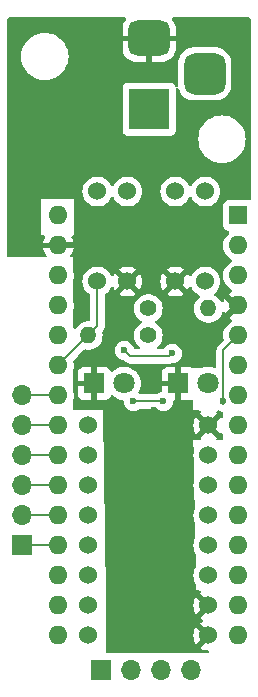
<source format=gbr>
%TF.GenerationSoftware,KiCad,Pcbnew,8.0.5*%
%TF.CreationDate,2024-10-30T18:10:09+09:00*%
%TF.ProjectId,BD,42442e6b-6963-4616-945f-706362585858,rev?*%
%TF.SameCoordinates,Original*%
%TF.FileFunction,Copper,L2,Bot*%
%TF.FilePolarity,Positive*%
%FSLAX46Y46*%
G04 Gerber Fmt 4.6, Leading zero omitted, Abs format (unit mm)*
G04 Created by KiCad (PCBNEW 8.0.5) date 2024-10-30 18:10:09*
%MOMM*%
%LPD*%
G01*
G04 APERTURE LIST*
G04 Aperture macros list*
%AMRoundRect*
0 Rectangle with rounded corners*
0 $1 Rounding radius*
0 $2 $3 $4 $5 $6 $7 $8 $9 X,Y pos of 4 corners*
0 Add a 4 corners polygon primitive as box body*
4,1,4,$2,$3,$4,$5,$6,$7,$8,$9,$2,$3,0*
0 Add four circle primitives for the rounded corners*
1,1,$1+$1,$2,$3*
1,1,$1+$1,$4,$5*
1,1,$1+$1,$6,$7*
1,1,$1+$1,$8,$9*
0 Add four rect primitives between the rounded corners*
20,1,$1+$1,$2,$3,$4,$5,0*
20,1,$1+$1,$4,$5,$6,$7,0*
20,1,$1+$1,$6,$7,$8,$9,0*
20,1,$1+$1,$8,$9,$2,$3,0*%
G04 Aperture macros list end*
%TA.AperFunction,ComponentPad*%
%ADD10C,1.400000*%
%TD*%
%TA.AperFunction,ComponentPad*%
%ADD11O,1.400000X1.400000*%
%TD*%
%TA.AperFunction,ComponentPad*%
%ADD12R,1.700000X1.700000*%
%TD*%
%TA.AperFunction,ComponentPad*%
%ADD13O,1.700000X1.700000*%
%TD*%
%TA.AperFunction,ComponentPad*%
%ADD14R,1.800000X1.800000*%
%TD*%
%TA.AperFunction,ComponentPad*%
%ADD15C,1.800000*%
%TD*%
%TA.AperFunction,ComponentPad*%
%ADD16C,1.524000*%
%TD*%
%TA.AperFunction,ComponentPad*%
%ADD17R,3.500000X3.500000*%
%TD*%
%TA.AperFunction,ComponentPad*%
%ADD18RoundRect,0.750000X-1.000000X0.750000X-1.000000X-0.750000X1.000000X-0.750000X1.000000X0.750000X0*%
%TD*%
%TA.AperFunction,ComponentPad*%
%ADD19RoundRect,0.875000X-0.875000X0.875000X-0.875000X-0.875000X0.875000X-0.875000X0.875000X0.875000X0*%
%TD*%
%TA.AperFunction,ComponentPad*%
%ADD20R,1.600000X1.600000*%
%TD*%
%TA.AperFunction,ComponentPad*%
%ADD21O,1.600000X1.600000*%
%TD*%
%TA.AperFunction,ViaPad*%
%ADD22C,0.600000*%
%TD*%
%TA.AperFunction,Conductor*%
%ADD23C,0.200000*%
%TD*%
%TA.AperFunction,Conductor*%
%ADD24C,0.500000*%
%TD*%
G04 APERTURE END LIST*
D10*
%TO.P,R2,1*%
%TO.N,+5V*%
X36771500Y-47340000D03*
D11*
%TO.P,R2,2*%
%TO.N,SW2*%
X41851500Y-47340000D03*
%TD*%
D12*
%TO.P,J2,1,Pin_1*%
%TO.N,Net-(J2-Pin_1)*%
X32717500Y-77978000D03*
D13*
%TO.P,J2,2,Pin_2*%
%TO.N,Net-(J2-Pin_2)*%
X35257500Y-77978000D03*
%TO.P,J2,3,Pin_3*%
%TO.N,Net-(J2-Pin_3)*%
X37797500Y-77978000D03*
%TO.P,J2,4,Pin_4*%
%TO.N,Net-(J2-Pin_4)*%
X40337500Y-77978000D03*
%TD*%
D14*
%TO.P,D1,1,K*%
%TO.N,GND*%
X32194500Y-53690000D03*
D15*
%TO.P,D1,2,A*%
%TO.N,Net-(A1-D2)*%
X34734500Y-53690000D03*
%TD*%
D16*
%TO.P,SW1,1,1*%
%TO.N,SW1*%
X32453500Y-45054000D03*
%TO.P,SW1,2,2*%
%TO.N,GND*%
X34993500Y-45054000D03*
%TO.P,SW1,3*%
%TO.N,N/C*%
X34993500Y-37434000D03*
%TO.P,SW1,4*%
X32453500Y-37434000D03*
%TD*%
D10*
%TO.P,R1,1*%
%TO.N,+5V*%
X36771500Y-49626000D03*
D11*
%TO.P,R1,2*%
%TO.N,SW1*%
X31691500Y-49626000D03*
%TD*%
D16*
%TO.P,U1,1,LARGE*%
%TO.N,GND*%
X41851500Y-75026000D03*
%TO.P,U1,2,MODE*%
X41851500Y-72486000D03*
%TO.P,U1,3,STBY*%
%TO.N,+5V*%
X41851500Y-69946000D03*
%TO.P,U1,4,IN4*%
%TO.N,IN4*%
X41851500Y-67406000D03*
%TO.P,U1,5,IN3*%
%TO.N,IN3*%
X41851500Y-64866000D03*
%TO.P,U1,6,IN2*%
%TO.N,IN2*%
X41851500Y-62326000D03*
%TO.P,U1,7,IN1*%
%TO.N,IN1*%
X41851500Y-59786000D03*
%TO.P,U1,8,GND*%
%TO.N,GND*%
X41851500Y-57246000D03*
%TO.P,U1,9,GND*%
%TO.N,unconnected-(U1-GND-Pad9)*%
X31691500Y-57246000D03*
%TO.P,U1,10,GND*%
%TO.N,unconnected-(U1-GND-Pad10)*%
X31691500Y-59786000D03*
%TO.P,U1,11,OUT1*%
%TO.N,Net-(J2-Pin_4)*%
X31691500Y-62326000D03*
%TO.P,U1,12,OUT2*%
%TO.N,Net-(J2-Pin_3)*%
X31691500Y-64866000D03*
%TO.P,U1,13,OUT3*%
%TO.N,Net-(J2-Pin_2)*%
X31691500Y-67406000D03*
%TO.P,U1,14,OUT4*%
%TO.N,Net-(J2-Pin_1)*%
X31691500Y-69946000D03*
%TO.P,U1,15,VM*%
%TO.N,VCC*%
X31691500Y-72486000D03*
%TO.P,U1,16,VM*%
X31691500Y-75026000D03*
%TD*%
%TO.P,SW2,1,1*%
%TO.N,SW2*%
X41597500Y-45054000D03*
%TO.P,SW2,2,2*%
%TO.N,GND*%
X39057500Y-45054000D03*
%TO.P,SW2,3*%
%TO.N,N/C*%
X41597500Y-37434000D03*
%TO.P,SW2,4*%
X39057500Y-37434000D03*
%TD*%
D14*
%TO.P,D2,1,K*%
%TO.N,GND*%
X39306500Y-53690000D03*
D15*
%TO.P,D2,2,A*%
%TO.N,Net-(A1-D4)*%
X41846500Y-53690000D03*
%TD*%
D12*
%TO.P,J1,1,Pin_1*%
%TO.N,Net-(A1-A0)*%
X26103500Y-67406000D03*
D13*
%TO.P,J1,2,Pin_2*%
%TO.N,Net-(A1-A1)*%
X26103500Y-64866000D03*
%TO.P,J1,3,Pin_3*%
%TO.N,Net-(A1-A2)*%
X26103500Y-62326000D03*
%TO.P,J1,4,Pin_4*%
%TO.N,Net-(A1-A3)*%
X26103500Y-59786000D03*
%TO.P,J1,5,Pin_5*%
%TO.N,Net-(A1-SDA{slash}A4)*%
X26103500Y-57246000D03*
%TO.P,J1,6,Pin_6*%
%TO.N,Net-(A1-SCL{slash}A5)*%
X26103500Y-54706000D03*
%TD*%
D17*
%TO.P,J4,1*%
%TO.N,VCC*%
X36830000Y-30480000D03*
D18*
%TO.P,J4,2*%
%TO.N,GND*%
X36830000Y-24480000D03*
D19*
%TO.P,J4,3*%
%TO.N,N/C*%
X41530000Y-27480000D03*
%TD*%
D20*
%TO.P,A1,1,TX1*%
%TO.N,unconnected-(A1-TX1-Pad1)*%
X44391500Y-39466000D03*
D21*
%TO.P,A1,2,RX1*%
%TO.N,unconnected-(A1-RX1-Pad2)*%
X44391500Y-42006000D03*
%TO.P,A1,3,~{RESET}*%
%TO.N,unconnected-(A1-~{RESET}-Pad3)*%
X44391500Y-44546000D03*
%TO.P,A1,4,GND*%
%TO.N,GND*%
X44391500Y-47086000D03*
%TO.P,A1,5,D2*%
%TO.N,Net-(A1-D2)*%
X44391500Y-49626000D03*
%TO.P,A1,6,D3*%
%TO.N,unconnected-(A1-D3-Pad6)*%
X44391500Y-52166000D03*
%TO.P,A1,7,D4*%
%TO.N,Net-(A1-D4)*%
X44391500Y-54706000D03*
%TO.P,A1,8,D5*%
%TO.N,IN1*%
X44391500Y-57246000D03*
%TO.P,A1,9,D6*%
%TO.N,IN2*%
X44391500Y-59786000D03*
%TO.P,A1,10,D7*%
%TO.N,unconnected-(A1-D7-Pad10)*%
X44391500Y-62326000D03*
%TO.P,A1,11,D8*%
%TO.N,unconnected-(A1-D8-Pad11)*%
X44391500Y-64866000D03*
%TO.P,A1,12,D9*%
%TO.N,IN3*%
X44391500Y-67406000D03*
%TO.P,A1,13,D10*%
%TO.N,IN4*%
X44391500Y-69946000D03*
%TO.P,A1,14,MOSI*%
%TO.N,unconnected-(A1-MOSI-Pad14)*%
X44391500Y-72486000D03*
%TO.P,A1,15,MISO*%
%TO.N,unconnected-(A1-MISO-Pad15)*%
X44391500Y-75026000D03*
%TO.P,A1,16,SCK*%
%TO.N,unconnected-(A1-SCK-Pad16)*%
X29151500Y-75026000D03*
%TO.P,A1,17,3V3*%
%TO.N,unconnected-(A1-3V3-Pad17)*%
X29151500Y-72486000D03*
%TO.P,A1,18,AREF*%
%TO.N,unconnected-(A1-AREF-Pad18)*%
X29151500Y-69946000D03*
%TO.P,A1,19,A0*%
%TO.N,Net-(A1-A0)*%
X29151500Y-67406000D03*
%TO.P,A1,20,A1*%
%TO.N,Net-(A1-A1)*%
X29151500Y-64866000D03*
%TO.P,A1,21,A2*%
%TO.N,Net-(A1-A2)*%
X29151500Y-62326000D03*
%TO.P,A1,22,A3*%
%TO.N,Net-(A1-A3)*%
X29151500Y-59786000D03*
%TO.P,A1,23,SDA/A4*%
%TO.N,Net-(A1-SDA{slash}A4)*%
X29151500Y-57246000D03*
%TO.P,A1,24,SCL/A5*%
%TO.N,Net-(A1-SCL{slash}A5)*%
X29151500Y-54706000D03*
%TO.P,A1,25,A6*%
%TO.N,SW1*%
X29151500Y-52166000D03*
%TO.P,A1,26,A7*%
%TO.N,SW2*%
X29151500Y-49626000D03*
%TO.P,A1,27,+5V*%
%TO.N,+5V*%
X29151500Y-47086000D03*
%TO.P,A1,28,~{RESET}*%
%TO.N,unconnected-(A1-~{RESET}-Pad28)*%
X29151500Y-44546000D03*
%TO.P,A1,29,GND*%
%TO.N,GND*%
X29151500Y-42006000D03*
%TO.P,A1,30,VIN*%
%TO.N,VCC*%
X29151500Y-39466000D03*
%TD*%
D22*
%TO.N,GND*%
X33723500Y-48102000D03*
X38549500Y-50134000D03*
X31183500Y-48102000D03*
X43121500Y-46070000D03*
X30734000Y-42164000D03*
X37279500Y-53690000D03*
X43121500Y-48356000D03*
X37279500Y-55976000D03*
%TO.N,Net-(A1-D2)*%
X43121500Y-55214000D03*
X38041500Y-55214000D03*
X35501500Y-55214000D03*
%TO.N,SW2*%
X38803500Y-51150000D03*
X34739500Y-50896000D03*
%TD*%
D23*
%TO.N,SW1*%
X31691500Y-49626000D02*
X32453500Y-48864000D01*
X32453500Y-48864000D02*
X32453500Y-45054000D01*
X31691500Y-49626000D02*
X29151500Y-52166000D01*
D24*
%TO.N,GND*%
X44137500Y-47086000D02*
X43121500Y-46070000D01*
X44391500Y-47086000D02*
X44137500Y-47086000D01*
X39306500Y-53690000D02*
X39819500Y-53177000D01*
D23*
X30576000Y-42006000D02*
X30734000Y-42164000D01*
D24*
X44391500Y-47086000D02*
X43121500Y-48356000D01*
X29151500Y-42006000D02*
X30576000Y-42006000D01*
X39306500Y-53690000D02*
X39306500Y-53187000D01*
D23*
%TO.N,Net-(A1-D2)*%
X43121500Y-50896000D02*
X43121500Y-55214000D01*
X43121500Y-55468000D02*
X43121500Y-55214000D01*
X44391500Y-49626000D02*
X43121500Y-50896000D01*
X38041500Y-55214000D02*
X35501500Y-55214000D01*
%TO.N,Net-(A1-A1)*%
X26103500Y-64866000D02*
X29151500Y-64866000D01*
%TO.N,Net-(A1-SCL{slash}A5)*%
X26103500Y-54706000D02*
X29151500Y-54706000D01*
%TO.N,SW2*%
X38549500Y-51404000D02*
X38803500Y-51150000D01*
X34739500Y-50896000D02*
X35247500Y-51404000D01*
X35247500Y-51404000D02*
X38549500Y-51404000D01*
X41851500Y-47086000D02*
X41597500Y-46832000D01*
%TO.N,Net-(A1-A0)*%
X29151500Y-67406000D02*
X26103500Y-67406000D01*
%TO.N,Net-(A1-A2)*%
X29151500Y-62326000D02*
X26103500Y-62326000D01*
%TO.N,Net-(A1-A3)*%
X26103500Y-59786000D02*
X29151500Y-59786000D01*
%TO.N,Net-(A1-SDA{slash}A4)*%
X29151500Y-57246000D02*
X26103500Y-57246000D01*
%TD*%
%TA.AperFunction,Conductor*%
%TO.N,GND*%
G36*
X41138777Y-55995685D02*
G01*
X41184532Y-56048489D01*
X41194476Y-56117647D01*
X41165451Y-56181203D01*
X41153511Y-56191970D01*
X41153310Y-56194257D01*
X41824053Y-56865000D01*
X41801340Y-56865000D01*
X41704439Y-56890964D01*
X41617560Y-56941124D01*
X41546624Y-57012060D01*
X41496464Y-57098939D01*
X41470500Y-57195840D01*
X41470500Y-57218553D01*
X40799758Y-56547811D01*
X40754401Y-56612590D01*
X40661079Y-56812720D01*
X40661075Y-56812729D01*
X40603926Y-57026013D01*
X40603924Y-57026023D01*
X40584679Y-57245999D01*
X40584679Y-57246000D01*
X40603924Y-57465976D01*
X40603926Y-57465986D01*
X40661075Y-57679270D01*
X40661080Y-57679284D01*
X40754398Y-57879405D01*
X40754401Y-57879411D01*
X40799758Y-57944187D01*
X40799759Y-57944188D01*
X41470500Y-57273447D01*
X41470500Y-57296160D01*
X41496464Y-57393061D01*
X41546624Y-57479940D01*
X41617560Y-57550876D01*
X41704439Y-57601036D01*
X41801340Y-57627000D01*
X41824053Y-57627000D01*
X41153310Y-58297740D01*
X41153875Y-58304202D01*
X41186488Y-58345002D01*
X41193682Y-58414500D01*
X41162159Y-58476855D01*
X41101930Y-58512269D01*
X41071740Y-58516000D01*
X40581500Y-58516000D01*
X40581500Y-55976000D01*
X41071738Y-55976000D01*
X41138777Y-55995685D01*
G37*
%TD.AperFunction*%
%TA.AperFunction,Conductor*%
G36*
X42903241Y-57944188D02*
G01*
X42909703Y-57943622D01*
X42950502Y-57911011D01*
X43020000Y-57903817D01*
X43082355Y-57935340D01*
X43117769Y-57995569D01*
X43121500Y-58025759D01*
X43121500Y-58392000D01*
X43101815Y-58459039D01*
X43049011Y-58504794D01*
X42997500Y-58516000D01*
X42631260Y-58516000D01*
X42564221Y-58496315D01*
X42518466Y-58443511D01*
X42508522Y-58374353D01*
X42537547Y-58310797D01*
X42549487Y-58300028D01*
X42549688Y-58297741D01*
X41878948Y-57627000D01*
X41901660Y-57627000D01*
X41998561Y-57601036D01*
X42085440Y-57550876D01*
X42156376Y-57479940D01*
X42206536Y-57393061D01*
X42232500Y-57296160D01*
X42232500Y-57273447D01*
X42903241Y-57944188D01*
G37*
%TD.AperFunction*%
%TA.AperFunction,Conductor*%
G36*
X42829155Y-55992612D02*
G01*
X42889716Y-56027577D01*
X43029595Y-56065057D01*
X43089254Y-56101421D01*
X43119783Y-56164268D01*
X43121500Y-56184831D01*
X43121500Y-56466239D01*
X43101815Y-56533278D01*
X43049011Y-56579033D01*
X42979853Y-56588977D01*
X42916297Y-56559952D01*
X42905528Y-56548011D01*
X42903240Y-56547810D01*
X42232500Y-57218551D01*
X42232500Y-57195840D01*
X42206536Y-57098939D01*
X42156376Y-57012060D01*
X42085440Y-56941124D01*
X41998561Y-56890964D01*
X41901660Y-56865000D01*
X41878948Y-56865000D01*
X42549688Y-56194259D01*
X42549122Y-56187793D01*
X42516513Y-56146998D01*
X42509319Y-56077500D01*
X42540842Y-56015145D01*
X42601071Y-55979731D01*
X42631261Y-55976000D01*
X42767157Y-55976000D01*
X42829155Y-55992612D01*
G37*
%TD.AperFunction*%
%TD*%
%TA.AperFunction,Conductor*%
%TO.N,GND*%
G36*
X34857411Y-22722185D02*
G01*
X34903166Y-22774989D01*
X34913110Y-22844147D01*
X34884085Y-22907703D01*
X34878053Y-22914181D01*
X34866569Y-22925664D01*
X34866559Y-22925676D01*
X34738431Y-23110619D01*
X34738428Y-23110625D01*
X34645377Y-23315480D01*
X34590400Y-23533667D01*
X34580000Y-23665803D01*
X34580000Y-24230000D01*
X35396988Y-24230000D01*
X35364075Y-24287007D01*
X35330000Y-24414174D01*
X35330000Y-24545826D01*
X35364075Y-24672993D01*
X35396988Y-24730000D01*
X34580001Y-24730000D01*
X34580001Y-25294197D01*
X34590400Y-25426332D01*
X34645377Y-25644519D01*
X34738428Y-25849374D01*
X34738431Y-25849380D01*
X34866559Y-26034323D01*
X34866569Y-26034335D01*
X35025664Y-26193430D01*
X35025676Y-26193440D01*
X35210619Y-26321568D01*
X35210625Y-26321571D01*
X35415480Y-26414622D01*
X35633667Y-26469599D01*
X35765810Y-26479999D01*
X36579999Y-26479999D01*
X36580000Y-26479998D01*
X36580000Y-24980000D01*
X37080000Y-24980000D01*
X37080000Y-26479999D01*
X37894182Y-26479999D01*
X37894197Y-26479998D01*
X38026332Y-26469599D01*
X38244519Y-26414622D01*
X38449374Y-26321571D01*
X38449380Y-26321568D01*
X38634323Y-26193440D01*
X38634335Y-26193430D01*
X38793430Y-26034335D01*
X38793440Y-26034323D01*
X38921568Y-25849380D01*
X38921571Y-25849374D01*
X39014622Y-25644519D01*
X39069599Y-25426332D01*
X39079999Y-25294196D01*
X39080000Y-25294184D01*
X39080000Y-24730000D01*
X38263012Y-24730000D01*
X38295925Y-24672993D01*
X38330000Y-24545826D01*
X38330000Y-24414174D01*
X38295925Y-24287007D01*
X38263012Y-24230000D01*
X39079999Y-24230000D01*
X39079999Y-23665817D01*
X39079998Y-23665802D01*
X39069599Y-23533667D01*
X39014622Y-23315480D01*
X38921571Y-23110625D01*
X38921568Y-23110619D01*
X38793440Y-22925676D01*
X38793430Y-22925664D01*
X38781947Y-22914181D01*
X38748462Y-22852858D01*
X38753446Y-22783166D01*
X38795318Y-22727233D01*
X38860782Y-22702816D01*
X38869628Y-22702500D01*
X45291000Y-22702500D01*
X45358039Y-22722185D01*
X45403794Y-22774989D01*
X45415000Y-22826500D01*
X45415000Y-38046336D01*
X45395315Y-38113375D01*
X45342511Y-38159130D01*
X45277747Y-38169625D01*
X45239373Y-38165500D01*
X45239365Y-38165500D01*
X43543629Y-38165500D01*
X43543623Y-38165501D01*
X43484016Y-38171908D01*
X43349171Y-38222202D01*
X43349164Y-38222206D01*
X43233955Y-38308452D01*
X43233952Y-38308455D01*
X43147706Y-38423664D01*
X43147702Y-38423671D01*
X43097408Y-38558517D01*
X43091001Y-38618116D01*
X43091000Y-38618135D01*
X43091000Y-40313870D01*
X43091001Y-40313876D01*
X43097408Y-40373483D01*
X43147702Y-40508328D01*
X43147706Y-40508335D01*
X43233952Y-40623544D01*
X43233955Y-40623547D01*
X43349164Y-40709793D01*
X43349171Y-40709797D01*
X43394118Y-40726561D01*
X43484017Y-40760091D01*
X43519096Y-40763862D01*
X43583644Y-40790599D01*
X43623493Y-40847991D01*
X43625988Y-40917816D01*
X43590336Y-40977905D01*
X43576964Y-40988725D01*
X43552358Y-41005954D01*
X43391454Y-41166858D01*
X43260932Y-41353265D01*
X43260931Y-41353267D01*
X43164761Y-41559502D01*
X43164758Y-41559511D01*
X43105866Y-41779302D01*
X43105864Y-41779313D01*
X43086032Y-42005998D01*
X43086032Y-42006001D01*
X43105864Y-42232686D01*
X43105866Y-42232697D01*
X43164758Y-42452488D01*
X43164761Y-42452497D01*
X43260931Y-42658732D01*
X43260932Y-42658734D01*
X43391454Y-42845141D01*
X43552358Y-43006045D01*
X43552361Y-43006047D01*
X43738766Y-43136568D01*
X43796775Y-43163618D01*
X43849214Y-43209791D01*
X43868366Y-43276984D01*
X43848150Y-43343865D01*
X43796775Y-43388382D01*
X43738767Y-43415431D01*
X43738765Y-43415432D01*
X43552358Y-43545954D01*
X43391454Y-43706858D01*
X43260932Y-43893265D01*
X43260931Y-43893267D01*
X43164761Y-44099502D01*
X43164758Y-44099511D01*
X43105866Y-44319302D01*
X43105864Y-44319313D01*
X43086032Y-44545998D01*
X43086032Y-44546001D01*
X43105864Y-44772686D01*
X43105866Y-44772697D01*
X43164758Y-44992488D01*
X43164761Y-44992497D01*
X43260931Y-45198732D01*
X43260932Y-45198734D01*
X43391454Y-45385141D01*
X43552358Y-45546045D01*
X43599193Y-45578839D01*
X43738766Y-45676568D01*
X43797365Y-45703893D01*
X43849805Y-45750065D01*
X43868957Y-45817258D01*
X43848742Y-45884139D01*
X43797367Y-45928657D01*
X43739015Y-45955867D01*
X43552679Y-46086342D01*
X43391842Y-46247179D01*
X43261365Y-46433517D01*
X43165234Y-46639673D01*
X43165231Y-46639680D01*
X43137580Y-46742876D01*
X43101215Y-46802536D01*
X43038368Y-46833065D01*
X42968992Y-46824770D01*
X42915114Y-46780285D01*
X42906805Y-46766054D01*
X42876561Y-46705316D01*
X42876556Y-46705308D01*
X42742479Y-46527761D01*
X42578062Y-46377876D01*
X42578060Y-46377874D01*
X42384027Y-46257735D01*
X42385180Y-46255872D01*
X42341001Y-46214906D01*
X42323585Y-46147241D01*
X42345516Y-46080903D01*
X42376388Y-46049845D01*
X42412120Y-46024826D01*
X42568326Y-45868620D01*
X42695034Y-45687662D01*
X42788394Y-45487450D01*
X42845570Y-45274068D01*
X42864823Y-45054000D01*
X42845570Y-44833932D01*
X42788394Y-44620550D01*
X42695034Y-44420339D01*
X42594475Y-44276725D01*
X42568327Y-44239381D01*
X42568323Y-44239377D01*
X42412120Y-44083174D01*
X42412116Y-44083171D01*
X42412115Y-44083170D01*
X42231166Y-43956468D01*
X42231162Y-43956466D01*
X42231160Y-43956465D01*
X42030950Y-43863106D01*
X42030947Y-43863105D01*
X42030945Y-43863104D01*
X41817570Y-43805930D01*
X41817562Y-43805929D01*
X41597502Y-43786677D01*
X41597498Y-43786677D01*
X41377437Y-43805929D01*
X41377429Y-43805930D01*
X41164054Y-43863104D01*
X41164048Y-43863107D01*
X40963840Y-43956465D01*
X40963838Y-43956466D01*
X40782877Y-44083175D01*
X40626675Y-44239377D01*
X40499967Y-44420337D01*
X40439605Y-44549782D01*
X40393432Y-44602221D01*
X40326238Y-44621372D01*
X40259357Y-44601156D01*
X40214841Y-44549780D01*
X40154598Y-44420589D01*
X40154597Y-44420587D01*
X40109241Y-44355811D01*
X40109240Y-44355810D01*
X39438500Y-45026551D01*
X39438500Y-45003840D01*
X39412536Y-44906939D01*
X39362376Y-44820060D01*
X39291440Y-44749124D01*
X39204561Y-44698964D01*
X39107660Y-44673000D01*
X39084948Y-44673000D01*
X39755688Y-44002259D01*
X39755687Y-44002258D01*
X39690911Y-43956901D01*
X39690905Y-43956898D01*
X39490784Y-43863580D01*
X39490770Y-43863575D01*
X39277486Y-43806426D01*
X39277476Y-43806424D01*
X39057501Y-43787179D01*
X39057499Y-43787179D01*
X38837523Y-43806424D01*
X38837513Y-43806426D01*
X38624229Y-43863575D01*
X38624220Y-43863579D01*
X38424090Y-43956901D01*
X38359311Y-44002258D01*
X39030053Y-44673000D01*
X39007340Y-44673000D01*
X38910439Y-44698964D01*
X38823560Y-44749124D01*
X38752624Y-44820060D01*
X38702464Y-44906939D01*
X38676500Y-45003840D01*
X38676500Y-45026553D01*
X38005758Y-44355811D01*
X37960401Y-44420590D01*
X37867079Y-44620720D01*
X37867075Y-44620729D01*
X37809926Y-44834013D01*
X37809924Y-44834023D01*
X37790679Y-45053999D01*
X37790679Y-45054000D01*
X37809924Y-45273976D01*
X37809926Y-45273986D01*
X37867075Y-45487270D01*
X37867080Y-45487284D01*
X37960398Y-45687405D01*
X37960401Y-45687411D01*
X38005758Y-45752187D01*
X38005759Y-45752188D01*
X38676500Y-45081447D01*
X38676500Y-45104160D01*
X38702464Y-45201061D01*
X38752624Y-45287940D01*
X38823560Y-45358876D01*
X38910439Y-45409036D01*
X39007340Y-45435000D01*
X39030053Y-45435000D01*
X38359310Y-46105740D01*
X38424090Y-46151099D01*
X38424092Y-46151100D01*
X38624215Y-46244419D01*
X38624229Y-46244424D01*
X38837513Y-46301573D01*
X38837523Y-46301575D01*
X39057499Y-46320821D01*
X39057501Y-46320821D01*
X39277476Y-46301575D01*
X39277486Y-46301573D01*
X39490770Y-46244424D01*
X39490784Y-46244419D01*
X39690907Y-46151100D01*
X39690917Y-46151094D01*
X39755688Y-46105741D01*
X39084948Y-45435000D01*
X39107660Y-45435000D01*
X39204561Y-45409036D01*
X39291440Y-45358876D01*
X39362376Y-45287940D01*
X39412536Y-45201061D01*
X39438500Y-45104160D01*
X39438500Y-45081447D01*
X40109241Y-45752188D01*
X40154594Y-45687417D01*
X40154595Y-45687416D01*
X40214840Y-45558219D01*
X40261012Y-45505780D01*
X40328206Y-45486627D01*
X40395087Y-45506842D01*
X40439605Y-45558218D01*
X40499966Y-45687662D01*
X40499968Y-45687666D01*
X40626670Y-45868615D01*
X40626675Y-45868621D01*
X40782878Y-46024824D01*
X40782884Y-46024829D01*
X40963833Y-46151531D01*
X40963835Y-46151532D01*
X40963838Y-46151534D01*
X40996999Y-46166997D01*
X41066022Y-46199183D01*
X41118462Y-46245355D01*
X41137614Y-46312548D01*
X41117398Y-46379430D01*
X41097156Y-46403202D01*
X40960520Y-46527761D01*
X40826443Y-46705308D01*
X40826438Y-46705316D01*
X40727275Y-46904461D01*
X40727269Y-46904476D01*
X40666385Y-47118462D01*
X40666384Y-47118464D01*
X40645857Y-47339999D01*
X40645857Y-47340000D01*
X40666384Y-47561535D01*
X40666385Y-47561537D01*
X40727269Y-47775523D01*
X40727275Y-47775538D01*
X40826438Y-47974683D01*
X40826443Y-47974691D01*
X40960520Y-48152238D01*
X41124937Y-48302123D01*
X41124939Y-48302125D01*
X41314095Y-48419245D01*
X41314096Y-48419245D01*
X41314099Y-48419247D01*
X41521560Y-48499618D01*
X41740257Y-48540500D01*
X41740259Y-48540500D01*
X41962741Y-48540500D01*
X41962743Y-48540500D01*
X42181440Y-48499618D01*
X42388901Y-48419247D01*
X42578062Y-48302124D01*
X42742481Y-48152236D01*
X42876558Y-47974689D01*
X42975729Y-47775528D01*
X42999470Y-47692085D01*
X43036749Y-47632993D01*
X43100058Y-47603435D01*
X43169298Y-47612797D01*
X43222485Y-47658106D01*
X43231118Y-47673616D01*
X43261364Y-47738479D01*
X43261365Y-47738481D01*
X43391842Y-47924820D01*
X43552679Y-48085657D01*
X43739018Y-48216134D01*
X43739020Y-48216135D01*
X43797365Y-48243342D01*
X43849805Y-48289514D01*
X43868957Y-48356707D01*
X43848742Y-48423589D01*
X43797367Y-48468105D01*
X43738768Y-48495431D01*
X43738764Y-48495433D01*
X43552358Y-48625954D01*
X43391454Y-48786858D01*
X43260932Y-48973265D01*
X43260931Y-48973267D01*
X43164761Y-49179502D01*
X43164758Y-49179511D01*
X43105866Y-49399302D01*
X43105864Y-49399313D01*
X43086032Y-49625998D01*
X43086032Y-49626001D01*
X43105864Y-49852686D01*
X43105866Y-49852697D01*
X43131652Y-49948931D01*
X43129989Y-50018781D01*
X43099558Y-50068705D01*
X42752786Y-50415478D01*
X42640981Y-50527282D01*
X42592810Y-50610717D01*
X42561924Y-50664212D01*
X42561923Y-50664213D01*
X42544025Y-50731011D01*
X42520999Y-50816943D01*
X42520999Y-50816945D01*
X42520999Y-50985046D01*
X42521000Y-50985059D01*
X42521000Y-52267153D01*
X42501315Y-52334192D01*
X42448511Y-52379947D01*
X42379353Y-52389891D01*
X42356737Y-52384434D01*
X42191484Y-52327702D01*
X42003904Y-52296401D01*
X41962549Y-52289500D01*
X41730451Y-52289500D01*
X41689096Y-52296401D01*
X41501515Y-52327702D01*
X41282004Y-52403061D01*
X41281994Y-52403065D01*
X41278322Y-52405053D01*
X41219301Y-52420000D01*
X40587847Y-52420000D01*
X40520808Y-52400315D01*
X40513535Y-52395266D01*
X40448589Y-52346647D01*
X40448586Y-52346645D01*
X40313879Y-52296403D01*
X40313872Y-52296401D01*
X40254344Y-52290000D01*
X39556500Y-52290000D01*
X39556500Y-53314722D01*
X39480194Y-53270667D01*
X39365744Y-53240000D01*
X39247256Y-53240000D01*
X39132806Y-53270667D01*
X39056500Y-53314722D01*
X39056500Y-52290000D01*
X38358655Y-52290000D01*
X38299127Y-52296401D01*
X38299120Y-52296403D01*
X38164413Y-52346645D01*
X38164406Y-52346649D01*
X38049312Y-52432809D01*
X38049309Y-52432812D01*
X37963149Y-52547906D01*
X37963145Y-52547913D01*
X37912903Y-52682620D01*
X37912901Y-52682627D01*
X37906500Y-52742155D01*
X37906500Y-53440000D01*
X38931222Y-53440000D01*
X38887167Y-53516306D01*
X38856500Y-53630756D01*
X38856500Y-53749244D01*
X38887167Y-53863694D01*
X38931222Y-53940000D01*
X37906500Y-53940000D01*
X37906500Y-54325163D01*
X37886815Y-54392202D01*
X37834011Y-54437957D01*
X37823455Y-54442204D01*
X37691980Y-54488209D01*
X37539236Y-54584185D01*
X37536403Y-54586445D01*
X37534224Y-54587334D01*
X37533342Y-54587889D01*
X37533244Y-54587734D01*
X37471717Y-54612855D01*
X37459088Y-54613500D01*
X36083912Y-54613500D01*
X36016873Y-54593815D01*
X36006597Y-54586445D01*
X36003763Y-54584185D01*
X36003762Y-54584184D01*
X35996037Y-54579330D01*
X35982623Y-54570901D01*
X35936332Y-54518566D01*
X35925685Y-54449512D01*
X35944786Y-54398089D01*
X35970424Y-54358849D01*
X36063657Y-54146300D01*
X36120634Y-53921305D01*
X36122370Y-53900355D01*
X36139800Y-53690006D01*
X36139800Y-53689993D01*
X36120635Y-53458702D01*
X36120633Y-53458691D01*
X36063657Y-53233699D01*
X35970424Y-53021151D01*
X35843483Y-52826852D01*
X35843480Y-52826849D01*
X35843479Y-52826847D01*
X35686284Y-52656087D01*
X35686279Y-52656083D01*
X35686277Y-52656081D01*
X35503134Y-52513535D01*
X35503128Y-52513531D01*
X35299004Y-52403064D01*
X35298995Y-52403061D01*
X35079484Y-52327702D01*
X34891904Y-52296401D01*
X34850549Y-52289500D01*
X34618451Y-52289500D01*
X34577096Y-52296401D01*
X34389515Y-52327702D01*
X34170004Y-52403061D01*
X34169995Y-52403064D01*
X33965871Y-52513531D01*
X33965865Y-52513535D01*
X33782722Y-52656081D01*
X33782715Y-52656087D01*
X33773984Y-52665572D01*
X33714095Y-52701561D01*
X33644257Y-52699458D01*
X33586643Y-52659932D01*
X33566575Y-52624918D01*
X33537855Y-52547915D01*
X33537850Y-52547906D01*
X33451690Y-52432812D01*
X33451687Y-52432809D01*
X33336593Y-52346649D01*
X33336586Y-52346645D01*
X33201879Y-52296403D01*
X33201872Y-52296401D01*
X33142344Y-52290000D01*
X32444500Y-52290000D01*
X32444500Y-53314722D01*
X32368194Y-53270667D01*
X32253744Y-53240000D01*
X32135256Y-53240000D01*
X32020806Y-53270667D01*
X31944500Y-53314722D01*
X31944500Y-52290000D01*
X31246655Y-52290000D01*
X31187127Y-52296401D01*
X31187120Y-52296403D01*
X31052413Y-52346645D01*
X31052406Y-52346649D01*
X30937312Y-52432809D01*
X30937309Y-52432812D01*
X30851149Y-52547906D01*
X30851145Y-52547913D01*
X30800903Y-52682620D01*
X30800901Y-52682627D01*
X30794500Y-52742155D01*
X30794500Y-53440000D01*
X31819222Y-53440000D01*
X31775167Y-53516306D01*
X31744500Y-53630756D01*
X31744500Y-53749244D01*
X31775167Y-53863694D01*
X31819222Y-53940000D01*
X30794500Y-53940000D01*
X30794500Y-54637844D01*
X30800901Y-54697372D01*
X30800903Y-54697379D01*
X30851145Y-54832086D01*
X30851149Y-54832093D01*
X30937309Y-54947187D01*
X30937312Y-54947190D01*
X31052406Y-55033350D01*
X31052413Y-55033354D01*
X31187120Y-55083596D01*
X31187127Y-55083598D01*
X31246655Y-55089999D01*
X31246672Y-55090000D01*
X31944500Y-55090000D01*
X31944500Y-54065277D01*
X32020806Y-54109333D01*
X32135256Y-54140000D01*
X32253744Y-54140000D01*
X32368194Y-54109333D01*
X32444500Y-54065277D01*
X32444500Y-55090000D01*
X33142328Y-55090000D01*
X33142344Y-55089999D01*
X33201872Y-55083598D01*
X33201879Y-55083596D01*
X33336586Y-55033354D01*
X33336593Y-55033350D01*
X33451687Y-54947190D01*
X33451690Y-54947187D01*
X33537850Y-54832093D01*
X33537855Y-54832084D01*
X33566575Y-54755081D01*
X33608445Y-54699147D01*
X33673909Y-54674729D01*
X33742182Y-54689580D01*
X33773984Y-54714428D01*
X33782716Y-54723913D01*
X33782719Y-54723915D01*
X33782722Y-54723918D01*
X33965865Y-54866464D01*
X33965871Y-54866468D01*
X33965874Y-54866470D01*
X34169997Y-54976936D01*
X34389519Y-55052298D01*
X34592345Y-55086143D01*
X34655230Y-55116593D01*
X34691669Y-55176208D01*
X34695935Y-55208452D01*
X34695935Y-55214000D01*
X34716130Y-55393249D01*
X34716131Y-55393254D01*
X34775711Y-55563523D01*
X34865265Y-55706047D01*
X34871684Y-55716262D01*
X34999238Y-55843816D01*
X35151978Y-55939789D01*
X35176930Y-55948520D01*
X35322245Y-55999368D01*
X35322250Y-55999369D01*
X35501496Y-56019565D01*
X35501500Y-56019565D01*
X35501504Y-56019565D01*
X35680749Y-55999369D01*
X35680752Y-55999368D01*
X35680755Y-55999368D01*
X35851022Y-55939789D01*
X36003762Y-55843816D01*
X36003767Y-55843810D01*
X36006597Y-55841555D01*
X36008775Y-55840665D01*
X36009658Y-55840111D01*
X36009755Y-55840265D01*
X36071283Y-55815145D01*
X36083912Y-55814500D01*
X37459088Y-55814500D01*
X37526127Y-55834185D01*
X37536403Y-55841555D01*
X37539236Y-55843814D01*
X37539238Y-55843816D01*
X37691978Y-55939789D01*
X37716930Y-55948520D01*
X37862245Y-55999368D01*
X37862250Y-55999369D01*
X38041496Y-56019565D01*
X38041500Y-56019565D01*
X38041504Y-56019565D01*
X38220749Y-55999369D01*
X38220752Y-55999368D01*
X38220755Y-55999368D01*
X38391022Y-55939789D01*
X38543762Y-55843816D01*
X38671316Y-55716262D01*
X38767289Y-55563522D01*
X38826868Y-55393255D01*
X38847065Y-55214000D01*
X38847845Y-55207081D01*
X38849056Y-55207217D01*
X38866750Y-55146961D01*
X38919554Y-55101206D01*
X38971065Y-55090000D01*
X39056500Y-55090000D01*
X39056500Y-54065277D01*
X39132806Y-54109333D01*
X39247256Y-54140000D01*
X39365744Y-54140000D01*
X39480194Y-54109333D01*
X39556500Y-54065277D01*
X39556500Y-55090000D01*
X40254328Y-55090000D01*
X40254344Y-55089999D01*
X40313872Y-55083598D01*
X40313879Y-55083596D01*
X40414167Y-55046192D01*
X40483859Y-55041208D01*
X40545182Y-55074693D01*
X40578666Y-55136016D01*
X40581500Y-55162374D01*
X40581500Y-58516000D01*
X40602537Y-59567941D01*
X40602090Y-59581226D01*
X40584177Y-59785997D01*
X40584177Y-59786002D01*
X40603430Y-60006066D01*
X40603431Y-60006073D01*
X40608037Y-60023263D01*
X40612237Y-60052876D01*
X40649482Y-61915162D01*
X40645282Y-61949734D01*
X40603430Y-62105929D01*
X40603430Y-62105932D01*
X40584177Y-62326000D01*
X40603430Y-62546068D01*
X40660606Y-62759450D01*
X40660608Y-62759454D01*
X40662008Y-62764679D01*
X40661166Y-62764904D01*
X40667115Y-62796787D01*
X40697641Y-64323103D01*
X40686049Y-64377984D01*
X40660605Y-64432550D01*
X40603430Y-64645929D01*
X40603429Y-64645937D01*
X40584177Y-64865997D01*
X40584177Y-64866002D01*
X40603429Y-65086062D01*
X40603430Y-65086070D01*
X40660604Y-65299445D01*
X40660608Y-65299456D01*
X40708633Y-65402446D01*
X40720226Y-65452370D01*
X40746352Y-66758642D01*
X40734759Y-66813526D01*
X40660608Y-66972543D01*
X40660604Y-66972554D01*
X40603430Y-67185929D01*
X40603429Y-67185937D01*
X40584177Y-67405997D01*
X40584177Y-67406002D01*
X40603429Y-67626062D01*
X40603430Y-67626070D01*
X40660604Y-67839445D01*
X40660605Y-67839447D01*
X40660606Y-67839450D01*
X40753966Y-68039662D01*
X40753968Y-68039666D01*
X40756672Y-68044350D01*
X40773256Y-68103864D01*
X40795409Y-69211538D01*
X40777069Y-69278957D01*
X40773012Y-69285136D01*
X40753966Y-69312337D01*
X40660607Y-69512548D01*
X40660604Y-69512554D01*
X40603430Y-69725929D01*
X40603429Y-69725937D01*
X40584177Y-69945997D01*
X40584177Y-69946002D01*
X40603429Y-70166062D01*
X40603430Y-70166070D01*
X40660604Y-70379445D01*
X40660605Y-70379447D01*
X40660606Y-70379450D01*
X40743498Y-70557214D01*
X40753965Y-70579660D01*
X40753966Y-70579662D01*
X40803150Y-70649904D01*
X40825477Y-70716110D01*
X40825550Y-70718547D01*
X40835499Y-71215999D01*
X40835500Y-71216000D01*
X41071738Y-71216000D01*
X41138777Y-71235685D01*
X41184532Y-71288489D01*
X41194476Y-71357647D01*
X41165451Y-71421203D01*
X41153511Y-71431970D01*
X41153310Y-71434257D01*
X41824053Y-72105000D01*
X41801340Y-72105000D01*
X41704439Y-72130964D01*
X41617560Y-72181124D01*
X41546624Y-72252060D01*
X41496464Y-72338939D01*
X41470500Y-72435840D01*
X41470500Y-72458553D01*
X40799758Y-71787811D01*
X40754401Y-71852590D01*
X40661079Y-72052720D01*
X40661075Y-72052729D01*
X40603926Y-72266013D01*
X40603924Y-72266023D01*
X40584679Y-72485999D01*
X40584679Y-72486000D01*
X40603924Y-72705976D01*
X40603926Y-72705986D01*
X40661075Y-72919270D01*
X40661080Y-72919284D01*
X40754398Y-73119405D01*
X40754401Y-73119411D01*
X40799758Y-73184187D01*
X40799759Y-73184188D01*
X41470500Y-72513447D01*
X41470500Y-72536160D01*
X41496464Y-72633061D01*
X41546624Y-72719940D01*
X41617560Y-72790876D01*
X41704439Y-72841036D01*
X41801340Y-72867000D01*
X41824051Y-72867000D01*
X41153310Y-73537740D01*
X41218089Y-73583098D01*
X41347873Y-73643618D01*
X41400312Y-73689790D01*
X41419464Y-73756984D01*
X41399248Y-73823865D01*
X41347873Y-73868382D01*
X41218090Y-73928901D01*
X41153311Y-73974258D01*
X41824053Y-74645000D01*
X41801340Y-74645000D01*
X41704439Y-74670964D01*
X41617560Y-74721124D01*
X41546624Y-74792060D01*
X41496464Y-74878939D01*
X41470500Y-74975840D01*
X41470500Y-74998553D01*
X40799758Y-74327811D01*
X40754401Y-74392590D01*
X40661079Y-74592720D01*
X40661075Y-74592729D01*
X40603926Y-74806013D01*
X40603924Y-74806023D01*
X40584679Y-75025999D01*
X40584679Y-75026000D01*
X40603924Y-75245976D01*
X40603926Y-75245986D01*
X40661075Y-75459270D01*
X40661080Y-75459284D01*
X40754398Y-75659405D01*
X40754401Y-75659411D01*
X40799758Y-75724187D01*
X40799759Y-75724188D01*
X41470500Y-75053447D01*
X41470500Y-75076160D01*
X41496464Y-75173061D01*
X41546624Y-75259940D01*
X41617560Y-75330876D01*
X41704439Y-75381036D01*
X41801340Y-75407000D01*
X41824051Y-75407000D01*
X41153310Y-76077740D01*
X41218090Y-76123099D01*
X41218092Y-76123100D01*
X41418215Y-76216419D01*
X41418229Y-76216424D01*
X41631513Y-76273573D01*
X41631524Y-76273575D01*
X41778284Y-76286415D01*
X41843353Y-76311867D01*
X41884332Y-76368458D01*
X41888210Y-76438220D01*
X41885114Y-76449153D01*
X41879762Y-76465210D01*
X41839889Y-76522585D01*
X41775327Y-76549295D01*
X41762125Y-76550000D01*
X40327500Y-76550000D01*
X34231500Y-76550000D01*
X33339500Y-76550000D01*
X33272461Y-76530315D01*
X33226706Y-76477511D01*
X33215500Y-76426000D01*
X33215500Y-73502001D01*
X33191595Y-71852590D01*
X32961500Y-55976000D01*
X30545500Y-55976000D01*
X30478461Y-55956315D01*
X30432706Y-55903511D01*
X30421500Y-55852000D01*
X30421500Y-55007367D01*
X30425724Y-54975276D01*
X30437135Y-54932692D01*
X30455401Y-54723913D01*
X30456968Y-54706001D01*
X30456968Y-54705998D01*
X30447153Y-54593815D01*
X30437135Y-54479308D01*
X30425725Y-54436725D01*
X30421500Y-54404632D01*
X30421500Y-52467367D01*
X30425724Y-52435276D01*
X30437135Y-52392692D01*
X30456968Y-52166000D01*
X30437135Y-51939308D01*
X30425725Y-51896725D01*
X30421500Y-51864632D01*
X30421500Y-51796596D01*
X30441185Y-51729557D01*
X30457819Y-51708915D01*
X30839873Y-51326861D01*
X31270737Y-50895996D01*
X33933935Y-50895996D01*
X33933935Y-50896003D01*
X33954130Y-51075249D01*
X33954131Y-51075254D01*
X34013711Y-51245523D01*
X34066320Y-51329249D01*
X34109684Y-51398262D01*
X34237238Y-51525816D01*
X34389978Y-51621789D01*
X34560245Y-51681368D01*
X34647169Y-51691161D01*
X34711580Y-51718226D01*
X34720965Y-51726700D01*
X34762639Y-51768374D01*
X34762649Y-51768385D01*
X34766979Y-51772715D01*
X34766980Y-51772716D01*
X34878784Y-51884520D01*
X34878786Y-51884521D01*
X34878790Y-51884524D01*
X35001839Y-51955565D01*
X35015716Y-51963577D01*
X35127519Y-51993534D01*
X35168442Y-52004500D01*
X35168443Y-52004500D01*
X38462831Y-52004500D01*
X38462847Y-52004501D01*
X38470443Y-52004501D01*
X38628554Y-52004501D01*
X38628557Y-52004501D01*
X38781285Y-51963577D01*
X38781294Y-51963571D01*
X38783368Y-51962713D01*
X38816947Y-51954049D01*
X38901134Y-51944564D01*
X38982750Y-51935369D01*
X38982753Y-51935368D01*
X38982755Y-51935368D01*
X39153022Y-51875789D01*
X39305762Y-51779816D01*
X39433316Y-51652262D01*
X39529289Y-51499522D01*
X39588868Y-51329255D01*
X39589138Y-51326861D01*
X39609065Y-51150003D01*
X39609065Y-51149996D01*
X39588869Y-50970750D01*
X39588868Y-50970745D01*
X39577851Y-50939261D01*
X39529289Y-50800478D01*
X39501698Y-50756568D01*
X39485640Y-50731011D01*
X39433316Y-50647738D01*
X39305762Y-50520184D01*
X39153023Y-50424211D01*
X38982754Y-50364631D01*
X38982749Y-50364630D01*
X38803504Y-50344435D01*
X38803496Y-50344435D01*
X38624250Y-50364630D01*
X38624245Y-50364631D01*
X38453976Y-50424211D01*
X38301237Y-50520184D01*
X38173684Y-50647737D01*
X38137550Y-50705245D01*
X38127994Y-50720454D01*
X38112274Y-50745472D01*
X38059939Y-50791763D01*
X38007280Y-50803500D01*
X37581887Y-50803500D01*
X37514848Y-50783815D01*
X37469093Y-50731011D01*
X37459149Y-50661853D01*
X37488174Y-50598297D01*
X37498349Y-50587863D01*
X37662479Y-50438238D01*
X37718065Y-50364631D01*
X37796558Y-50260689D01*
X37895729Y-50061528D01*
X37956615Y-49847536D01*
X37977143Y-49626000D01*
X37956615Y-49404464D01*
X37895729Y-49190472D01*
X37895724Y-49190461D01*
X37796561Y-48991316D01*
X37796556Y-48991308D01*
X37662479Y-48813761D01*
X37498062Y-48663876D01*
X37498060Y-48663874D01*
X37376207Y-48588427D01*
X37329571Y-48536400D01*
X37318467Y-48467418D01*
X37346420Y-48403384D01*
X37376207Y-48377573D01*
X37498062Y-48302124D01*
X37662481Y-48152236D01*
X37796558Y-47974689D01*
X37895729Y-47775528D01*
X37956615Y-47561536D01*
X37977143Y-47340000D01*
X37956615Y-47118464D01*
X37895729Y-46904472D01*
X37895724Y-46904461D01*
X37796561Y-46705316D01*
X37796556Y-46705308D01*
X37662479Y-46527761D01*
X37498062Y-46377876D01*
X37498060Y-46377874D01*
X37308904Y-46260754D01*
X37308898Y-46260752D01*
X37101440Y-46180382D01*
X36882743Y-46139500D01*
X36660257Y-46139500D01*
X36441560Y-46180382D01*
X36310364Y-46231207D01*
X36234101Y-46260752D01*
X36234095Y-46260754D01*
X36044939Y-46377874D01*
X36044937Y-46377876D01*
X35880520Y-46527761D01*
X35746443Y-46705308D01*
X35746438Y-46705316D01*
X35647275Y-46904461D01*
X35647269Y-46904476D01*
X35586385Y-47118462D01*
X35586384Y-47118464D01*
X35565857Y-47339999D01*
X35565857Y-47340000D01*
X35586384Y-47561535D01*
X35586385Y-47561537D01*
X35647269Y-47775523D01*
X35647275Y-47775538D01*
X35746438Y-47974683D01*
X35746443Y-47974691D01*
X35880520Y-48152238D01*
X36044937Y-48302123D01*
X36044939Y-48302125D01*
X36166792Y-48377573D01*
X36213428Y-48429601D01*
X36224532Y-48498582D01*
X36196579Y-48562617D01*
X36166792Y-48588427D01*
X36044939Y-48663874D01*
X36044937Y-48663876D01*
X35880520Y-48813761D01*
X35746443Y-48991308D01*
X35746438Y-48991316D01*
X35647275Y-49190461D01*
X35647269Y-49190476D01*
X35586385Y-49404462D01*
X35586384Y-49404464D01*
X35565857Y-49625999D01*
X35565857Y-49626000D01*
X35586384Y-49847535D01*
X35586385Y-49847537D01*
X35647269Y-50061523D01*
X35647275Y-50061538D01*
X35746438Y-50260683D01*
X35746443Y-50260691D01*
X35880520Y-50438238D01*
X36044651Y-50587863D01*
X36080933Y-50647574D01*
X36079172Y-50717422D01*
X36039929Y-50775229D01*
X35975662Y-50802644D01*
X35961113Y-50803500D01*
X35643207Y-50803500D01*
X35576168Y-50783815D01*
X35530413Y-50731011D01*
X35526165Y-50720454D01*
X35524868Y-50716748D01*
X35524868Y-50716745D01*
X35465289Y-50546478D01*
X35369316Y-50393738D01*
X35241762Y-50266184D01*
X35233007Y-50260683D01*
X35089023Y-50170211D01*
X34918754Y-50110631D01*
X34918749Y-50110630D01*
X34739504Y-50090435D01*
X34739496Y-50090435D01*
X34560250Y-50110630D01*
X34560245Y-50110631D01*
X34389976Y-50170211D01*
X34237237Y-50266184D01*
X34109684Y-50393737D01*
X34013711Y-50546476D01*
X33954131Y-50716745D01*
X33954130Y-50716750D01*
X33933935Y-50895996D01*
X31270737Y-50895996D01*
X31331819Y-50834914D01*
X31393140Y-50801431D01*
X31442283Y-50800708D01*
X31580257Y-50826500D01*
X31580259Y-50826500D01*
X31802741Y-50826500D01*
X31802743Y-50826500D01*
X32021440Y-50785618D01*
X32228901Y-50705247D01*
X32418062Y-50588124D01*
X32582481Y-50438236D01*
X32716558Y-50260689D01*
X32815729Y-50061528D01*
X32876615Y-49847536D01*
X32897143Y-49626000D01*
X32876615Y-49404464D01*
X32871230Y-49385538D01*
X32871814Y-49315673D01*
X32902813Y-49263922D01*
X32934020Y-49232716D01*
X33013077Y-49095784D01*
X33054001Y-48943057D01*
X33054001Y-48784942D01*
X33054001Y-48777347D01*
X33054000Y-48777329D01*
X33054000Y-46239304D01*
X33073685Y-46172265D01*
X33106875Y-46137730D01*
X33268120Y-46024826D01*
X33424326Y-45868620D01*
X33551034Y-45687662D01*
X33611394Y-45558218D01*
X33657566Y-45505779D01*
X33724759Y-45486627D01*
X33791641Y-45506843D01*
X33836158Y-45558219D01*
X33896398Y-45687405D01*
X33896401Y-45687411D01*
X33941758Y-45752187D01*
X33941759Y-45752188D01*
X34612500Y-45081447D01*
X34612500Y-45104160D01*
X34638464Y-45201061D01*
X34688624Y-45287940D01*
X34759560Y-45358876D01*
X34846439Y-45409036D01*
X34943340Y-45435000D01*
X34966053Y-45435000D01*
X34295310Y-46105740D01*
X34360090Y-46151099D01*
X34360092Y-46151100D01*
X34560215Y-46244419D01*
X34560229Y-46244424D01*
X34773513Y-46301573D01*
X34773523Y-46301575D01*
X34993499Y-46320821D01*
X34993501Y-46320821D01*
X35213476Y-46301575D01*
X35213486Y-46301573D01*
X35426770Y-46244424D01*
X35426784Y-46244419D01*
X35626907Y-46151100D01*
X35626917Y-46151094D01*
X35691688Y-46105741D01*
X35020948Y-45435000D01*
X35043660Y-45435000D01*
X35140561Y-45409036D01*
X35227440Y-45358876D01*
X35298376Y-45287940D01*
X35348536Y-45201061D01*
X35374500Y-45104160D01*
X35374500Y-45081447D01*
X36045241Y-45752188D01*
X36090594Y-45687417D01*
X36090600Y-45687407D01*
X36183919Y-45487284D01*
X36183924Y-45487270D01*
X36241073Y-45273986D01*
X36241075Y-45273976D01*
X36260321Y-45054000D01*
X36260321Y-45053999D01*
X36241075Y-44834023D01*
X36241073Y-44834013D01*
X36183924Y-44620729D01*
X36183920Y-44620720D01*
X36090596Y-44420586D01*
X36045241Y-44355811D01*
X36045240Y-44355810D01*
X35374500Y-45026551D01*
X35374500Y-45003840D01*
X35348536Y-44906939D01*
X35298376Y-44820060D01*
X35227440Y-44749124D01*
X35140561Y-44698964D01*
X35043660Y-44673000D01*
X35020948Y-44673000D01*
X35691688Y-44002259D01*
X35691687Y-44002258D01*
X35626911Y-43956901D01*
X35626905Y-43956898D01*
X35426784Y-43863580D01*
X35426770Y-43863575D01*
X35213486Y-43806426D01*
X35213476Y-43806424D01*
X34993501Y-43787179D01*
X34993499Y-43787179D01*
X34773523Y-43806424D01*
X34773513Y-43806426D01*
X34560229Y-43863575D01*
X34560220Y-43863579D01*
X34360090Y-43956901D01*
X34295311Y-44002258D01*
X34966053Y-44673000D01*
X34943340Y-44673000D01*
X34846439Y-44698964D01*
X34759560Y-44749124D01*
X34688624Y-44820060D01*
X34638464Y-44906939D01*
X34612500Y-45003840D01*
X34612500Y-45026553D01*
X33941758Y-44355811D01*
X33896401Y-44420590D01*
X33836158Y-44549781D01*
X33789985Y-44602220D01*
X33722792Y-44621372D01*
X33655911Y-44601156D01*
X33611394Y-44549781D01*
X33551151Y-44420590D01*
X33551034Y-44420339D01*
X33450475Y-44276725D01*
X33424327Y-44239381D01*
X33424323Y-44239377D01*
X33268120Y-44083174D01*
X33268116Y-44083171D01*
X33268115Y-44083170D01*
X33087166Y-43956468D01*
X33087162Y-43956466D01*
X33087160Y-43956465D01*
X32886950Y-43863106D01*
X32886947Y-43863105D01*
X32886945Y-43863104D01*
X32673570Y-43805930D01*
X32673562Y-43805929D01*
X32453502Y-43786677D01*
X32453498Y-43786677D01*
X32233437Y-43805929D01*
X32233429Y-43805930D01*
X32020054Y-43863104D01*
X32020048Y-43863107D01*
X31819840Y-43956465D01*
X31819838Y-43956466D01*
X31638877Y-44083175D01*
X31482675Y-44239377D01*
X31355966Y-44420338D01*
X31355965Y-44420340D01*
X31262607Y-44620548D01*
X31262604Y-44620554D01*
X31205430Y-44833929D01*
X31205429Y-44833937D01*
X31186177Y-45053997D01*
X31186177Y-45054002D01*
X31205429Y-45274062D01*
X31205430Y-45274070D01*
X31262604Y-45487445D01*
X31262605Y-45487447D01*
X31262606Y-45487450D01*
X31293444Y-45553582D01*
X31355966Y-45687662D01*
X31355968Y-45687666D01*
X31482670Y-45868615D01*
X31482674Y-45868620D01*
X31638880Y-46024826D01*
X31800123Y-46137729D01*
X31843748Y-46192306D01*
X31853000Y-46239304D01*
X31853000Y-48301500D01*
X31833315Y-48368539D01*
X31780511Y-48414294D01*
X31729000Y-48425500D01*
X31580257Y-48425500D01*
X31361560Y-48466382D01*
X31231308Y-48516842D01*
X31154101Y-48546752D01*
X31154095Y-48546754D01*
X30964939Y-48663874D01*
X30964937Y-48663876D01*
X30800520Y-48813761D01*
X30666443Y-48991308D01*
X30666438Y-48991316D01*
X30656500Y-49011276D01*
X30608997Y-49062513D01*
X30541334Y-49079934D01*
X30474993Y-49058008D01*
X30431039Y-49003697D01*
X30421500Y-48956004D01*
X30421500Y-47387367D01*
X30425724Y-47355276D01*
X30437135Y-47312692D01*
X30456968Y-47086000D01*
X30437135Y-46859308D01*
X30425725Y-46816725D01*
X30421500Y-46784632D01*
X30421500Y-44847367D01*
X30425724Y-44815276D01*
X30437135Y-44772692D01*
X30456968Y-44546000D01*
X30437135Y-44319308D01*
X30425725Y-44276725D01*
X30421500Y-44244632D01*
X30421500Y-43022000D01*
X30265298Y-43022000D01*
X30198259Y-43002315D01*
X30152504Y-42949511D01*
X30142560Y-42880353D01*
X30163723Y-42826876D01*
X30281633Y-42658482D01*
X30377765Y-42452326D01*
X30377769Y-42452317D01*
X30430372Y-42256000D01*
X29584512Y-42256000D01*
X29617425Y-42198993D01*
X29651500Y-42071826D01*
X29651500Y-41940174D01*
X29617425Y-41813007D01*
X29584512Y-41756000D01*
X30430372Y-41756000D01*
X30430372Y-41755999D01*
X30377769Y-41559682D01*
X30377765Y-41559673D01*
X30281633Y-41353516D01*
X30274357Y-41343125D01*
X30252029Y-41276919D01*
X30269038Y-41209152D01*
X30319985Y-41161338D01*
X30375931Y-41148000D01*
X30480000Y-41148000D01*
X30480000Y-38100000D01*
X27686000Y-38100000D01*
X27686000Y-41148000D01*
X27927069Y-41148000D01*
X27994108Y-41167685D01*
X28039863Y-41220489D01*
X28049807Y-41289647D01*
X28028643Y-41343125D01*
X28021366Y-41353516D01*
X27925234Y-41559673D01*
X27925230Y-41559682D01*
X27872627Y-41755999D01*
X27872628Y-41756000D01*
X28718488Y-41756000D01*
X28685575Y-41813007D01*
X28651500Y-41940174D01*
X28651500Y-42071826D01*
X28685575Y-42198993D01*
X28718488Y-42256000D01*
X27872628Y-42256000D01*
X27925230Y-42452317D01*
X27925234Y-42452326D01*
X28021366Y-42658482D01*
X28139277Y-42826876D01*
X28161604Y-42893082D01*
X28144594Y-42960850D01*
X28093646Y-43008663D01*
X28037702Y-43022000D01*
X24950000Y-43022000D01*
X24882961Y-43002315D01*
X24837206Y-42949511D01*
X24826000Y-42898000D01*
X24826000Y-37433997D01*
X31186177Y-37433997D01*
X31186177Y-37434002D01*
X31205429Y-37654062D01*
X31205430Y-37654070D01*
X31262604Y-37867445D01*
X31262605Y-37867447D01*
X31262606Y-37867450D01*
X31295882Y-37938811D01*
X31355966Y-38067662D01*
X31355968Y-38067666D01*
X31482670Y-38248615D01*
X31482675Y-38248621D01*
X31638878Y-38404824D01*
X31638884Y-38404829D01*
X31819833Y-38531531D01*
X31819835Y-38531532D01*
X31819838Y-38531534D01*
X32020050Y-38624894D01*
X32233432Y-38682070D01*
X32390623Y-38695822D01*
X32453498Y-38701323D01*
X32453500Y-38701323D01*
X32453502Y-38701323D01*
X32508517Y-38696509D01*
X32673568Y-38682070D01*
X32886950Y-38624894D01*
X33087162Y-38531534D01*
X33268120Y-38404826D01*
X33424326Y-38248620D01*
X33551034Y-38067662D01*
X33611118Y-37938811D01*
X33657290Y-37886371D01*
X33724483Y-37867219D01*
X33791365Y-37887435D01*
X33835882Y-37938811D01*
X33895964Y-38067658D01*
X33895968Y-38067666D01*
X34022670Y-38248615D01*
X34022675Y-38248621D01*
X34178878Y-38404824D01*
X34178884Y-38404829D01*
X34359833Y-38531531D01*
X34359835Y-38531532D01*
X34359838Y-38531534D01*
X34560050Y-38624894D01*
X34773432Y-38682070D01*
X34930623Y-38695822D01*
X34993498Y-38701323D01*
X34993500Y-38701323D01*
X34993502Y-38701323D01*
X35048517Y-38696509D01*
X35213568Y-38682070D01*
X35426950Y-38624894D01*
X35627162Y-38531534D01*
X35808120Y-38404826D01*
X35964326Y-38248620D01*
X36091034Y-38067662D01*
X36184394Y-37867450D01*
X36241570Y-37654068D01*
X36260823Y-37434000D01*
X36260823Y-37433997D01*
X37790177Y-37433997D01*
X37790177Y-37434002D01*
X37809429Y-37654062D01*
X37809430Y-37654070D01*
X37866604Y-37867445D01*
X37866605Y-37867447D01*
X37866606Y-37867450D01*
X37899882Y-37938811D01*
X37959966Y-38067662D01*
X37959968Y-38067666D01*
X38086670Y-38248615D01*
X38086675Y-38248621D01*
X38242878Y-38404824D01*
X38242884Y-38404829D01*
X38423833Y-38531531D01*
X38423835Y-38531532D01*
X38423838Y-38531534D01*
X38624050Y-38624894D01*
X38837432Y-38682070D01*
X38994623Y-38695822D01*
X39057498Y-38701323D01*
X39057500Y-38701323D01*
X39057502Y-38701323D01*
X39112517Y-38696509D01*
X39277568Y-38682070D01*
X39490950Y-38624894D01*
X39691162Y-38531534D01*
X39872120Y-38404826D01*
X40028326Y-38248620D01*
X40155034Y-38067662D01*
X40215118Y-37938811D01*
X40261290Y-37886371D01*
X40328483Y-37867219D01*
X40395365Y-37887435D01*
X40439882Y-37938811D01*
X40499964Y-38067658D01*
X40499968Y-38067666D01*
X40626670Y-38248615D01*
X40626675Y-38248621D01*
X40782878Y-38404824D01*
X40782884Y-38404829D01*
X40963833Y-38531531D01*
X40963835Y-38531532D01*
X40963838Y-38531534D01*
X41164050Y-38624894D01*
X41377432Y-38682070D01*
X41534623Y-38695822D01*
X41597498Y-38701323D01*
X41597500Y-38701323D01*
X41597502Y-38701323D01*
X41652517Y-38696509D01*
X41817568Y-38682070D01*
X42030950Y-38624894D01*
X42231162Y-38531534D01*
X42412120Y-38404826D01*
X42568326Y-38248620D01*
X42695034Y-38067662D01*
X42788394Y-37867450D01*
X42845570Y-37654068D01*
X42864823Y-37434000D01*
X42845570Y-37213932D01*
X42788394Y-37000550D01*
X42695034Y-36800339D01*
X42568326Y-36619380D01*
X42412120Y-36463174D01*
X42412116Y-36463171D01*
X42412115Y-36463170D01*
X42231166Y-36336468D01*
X42231162Y-36336466D01*
X42231160Y-36336465D01*
X42030950Y-36243106D01*
X42030947Y-36243105D01*
X42030945Y-36243104D01*
X41817570Y-36185930D01*
X41817562Y-36185929D01*
X41597502Y-36166677D01*
X41597498Y-36166677D01*
X41377437Y-36185929D01*
X41377429Y-36185930D01*
X41164054Y-36243104D01*
X41164048Y-36243107D01*
X40963840Y-36336465D01*
X40963838Y-36336466D01*
X40782877Y-36463175D01*
X40626675Y-36619377D01*
X40499966Y-36800338D01*
X40499965Y-36800340D01*
X40439882Y-36929189D01*
X40393709Y-36981628D01*
X40326516Y-37000780D01*
X40259635Y-36980564D01*
X40215118Y-36929189D01*
X40155034Y-36800340D01*
X40155033Y-36800338D01*
X40028327Y-36619381D01*
X40028323Y-36619377D01*
X39872120Y-36463174D01*
X39872116Y-36463171D01*
X39872115Y-36463170D01*
X39691166Y-36336468D01*
X39691162Y-36336466D01*
X39691160Y-36336465D01*
X39490950Y-36243106D01*
X39490947Y-36243105D01*
X39490945Y-36243104D01*
X39277570Y-36185930D01*
X39277562Y-36185929D01*
X39057502Y-36166677D01*
X39057498Y-36166677D01*
X38837437Y-36185929D01*
X38837429Y-36185930D01*
X38624054Y-36243104D01*
X38624048Y-36243107D01*
X38423840Y-36336465D01*
X38423838Y-36336466D01*
X38242877Y-36463175D01*
X38086675Y-36619377D01*
X37959966Y-36800338D01*
X37959965Y-36800340D01*
X37866607Y-37000548D01*
X37866604Y-37000554D01*
X37809430Y-37213929D01*
X37809429Y-37213937D01*
X37790177Y-37433997D01*
X36260823Y-37433997D01*
X36241570Y-37213932D01*
X36184394Y-37000550D01*
X36091034Y-36800339D01*
X35964326Y-36619380D01*
X35808120Y-36463174D01*
X35808116Y-36463171D01*
X35808115Y-36463170D01*
X35627166Y-36336468D01*
X35627162Y-36336466D01*
X35627160Y-36336465D01*
X35426950Y-36243106D01*
X35426947Y-36243105D01*
X35426945Y-36243104D01*
X35213570Y-36185930D01*
X35213562Y-36185929D01*
X34993502Y-36166677D01*
X34993498Y-36166677D01*
X34773437Y-36185929D01*
X34773429Y-36185930D01*
X34560054Y-36243104D01*
X34560048Y-36243107D01*
X34359840Y-36336465D01*
X34359838Y-36336466D01*
X34178877Y-36463175D01*
X34022675Y-36619377D01*
X33895966Y-36800338D01*
X33895965Y-36800340D01*
X33835882Y-36929189D01*
X33789709Y-36981628D01*
X33722516Y-37000780D01*
X33655635Y-36980564D01*
X33611118Y-36929189D01*
X33551034Y-36800340D01*
X33551033Y-36800338D01*
X33424327Y-36619381D01*
X33424323Y-36619377D01*
X33268120Y-36463174D01*
X33268116Y-36463171D01*
X33268115Y-36463170D01*
X33087166Y-36336468D01*
X33087162Y-36336466D01*
X33087160Y-36336465D01*
X32886950Y-36243106D01*
X32886947Y-36243105D01*
X32886945Y-36243104D01*
X32673570Y-36185930D01*
X32673562Y-36185929D01*
X32453502Y-36166677D01*
X32453498Y-36166677D01*
X32233437Y-36185929D01*
X32233429Y-36185930D01*
X32020054Y-36243104D01*
X32020048Y-36243107D01*
X31819840Y-36336465D01*
X31819838Y-36336466D01*
X31638877Y-36463175D01*
X31482675Y-36619377D01*
X31355966Y-36800338D01*
X31355965Y-36800340D01*
X31262607Y-37000548D01*
X31262604Y-37000554D01*
X31205430Y-37213929D01*
X31205429Y-37213937D01*
X31186177Y-37433997D01*
X24826000Y-37433997D01*
X24826000Y-32999998D01*
X40994390Y-32999998D01*
X40994390Y-33000001D01*
X41014804Y-33285433D01*
X41075628Y-33565037D01*
X41175635Y-33833166D01*
X41312770Y-34084309D01*
X41312775Y-34084317D01*
X41484254Y-34313387D01*
X41484270Y-34313405D01*
X41686594Y-34515729D01*
X41686612Y-34515745D01*
X41915682Y-34687224D01*
X41915690Y-34687229D01*
X42166833Y-34824364D01*
X42166832Y-34824364D01*
X42166836Y-34824365D01*
X42166839Y-34824367D01*
X42434954Y-34924369D01*
X42434960Y-34924370D01*
X42434962Y-34924371D01*
X42714566Y-34985195D01*
X42714568Y-34985195D01*
X42714572Y-34985196D01*
X42968220Y-35003337D01*
X42999999Y-35005610D01*
X43000000Y-35005610D01*
X43000001Y-35005610D01*
X43028595Y-35003564D01*
X43285428Y-34985196D01*
X43565046Y-34924369D01*
X43833161Y-34824367D01*
X44084315Y-34687226D01*
X44313395Y-34515739D01*
X44515739Y-34313395D01*
X44687226Y-34084315D01*
X44824367Y-33833161D01*
X44924369Y-33565046D01*
X44985196Y-33285428D01*
X45005610Y-33000000D01*
X44985196Y-32714572D01*
X44957563Y-32587547D01*
X44924371Y-32434962D01*
X44924370Y-32434960D01*
X44924369Y-32434954D01*
X44824367Y-32166839D01*
X44744025Y-32019705D01*
X44687229Y-31915690D01*
X44687224Y-31915682D01*
X44515745Y-31686612D01*
X44515729Y-31686594D01*
X44313405Y-31484270D01*
X44313387Y-31484254D01*
X44084317Y-31312775D01*
X44084309Y-31312770D01*
X43833166Y-31175635D01*
X43833167Y-31175635D01*
X43725915Y-31135632D01*
X43565046Y-31075631D01*
X43565043Y-31075630D01*
X43565037Y-31075628D01*
X43285433Y-31014804D01*
X43000001Y-30994390D01*
X42999999Y-30994390D01*
X42714566Y-31014804D01*
X42434962Y-31075628D01*
X42166833Y-31175635D01*
X41915690Y-31312770D01*
X41915682Y-31312775D01*
X41686612Y-31484254D01*
X41686594Y-31484270D01*
X41484270Y-31686594D01*
X41484254Y-31686612D01*
X41312775Y-31915682D01*
X41312770Y-31915690D01*
X41175635Y-32166833D01*
X41075628Y-32434962D01*
X41014804Y-32714566D01*
X40994390Y-32999998D01*
X24826000Y-32999998D01*
X24826000Y-28682135D01*
X34579500Y-28682135D01*
X34579500Y-32277870D01*
X34579501Y-32277876D01*
X34585908Y-32337483D01*
X34636202Y-32472328D01*
X34636206Y-32472335D01*
X34722452Y-32587544D01*
X34722455Y-32587547D01*
X34837664Y-32673793D01*
X34837671Y-32673797D01*
X34972517Y-32724091D01*
X34972516Y-32724091D01*
X34979444Y-32724835D01*
X35032127Y-32730500D01*
X38627872Y-32730499D01*
X38687483Y-32724091D01*
X38822331Y-32673796D01*
X38937546Y-32587546D01*
X39023796Y-32472331D01*
X39074091Y-32337483D01*
X39080500Y-32277873D01*
X39080499Y-28752024D01*
X39100184Y-28684986D01*
X39152988Y-28639231D01*
X39222146Y-28629287D01*
X39285702Y-28658312D01*
X39323476Y-28717090D01*
X39326243Y-28728480D01*
X39326753Y-28731120D01*
X39409425Y-28950189D01*
X39527929Y-29152131D01*
X39527934Y-29152138D01*
X39678856Y-29331141D01*
X39678858Y-29331143D01*
X39857861Y-29482065D01*
X39857868Y-29482070D01*
X40059810Y-29600574D01*
X40278874Y-29683245D01*
X40508759Y-29727705D01*
X40561378Y-29730500D01*
X40561386Y-29730500D01*
X42498614Y-29730500D01*
X42498622Y-29730500D01*
X42551241Y-29727705D01*
X42781126Y-29683245D01*
X43000190Y-29600574D01*
X43202132Y-29482070D01*
X43381142Y-29331142D01*
X43532070Y-29152132D01*
X43650574Y-28950190D01*
X43733245Y-28731126D01*
X43777705Y-28501241D01*
X43780500Y-28448622D01*
X43780500Y-26511378D01*
X43777705Y-26458759D01*
X43733245Y-26228874D01*
X43650574Y-26009810D01*
X43532070Y-25807868D01*
X43532065Y-25807861D01*
X43381143Y-25628858D01*
X43381141Y-25628856D01*
X43202138Y-25477934D01*
X43202131Y-25477929D01*
X43000189Y-25359425D01*
X42909832Y-25325326D01*
X42781126Y-25276755D01*
X42781121Y-25276754D01*
X42551243Y-25232295D01*
X42498652Y-25229501D01*
X42498629Y-25229500D01*
X42498622Y-25229500D01*
X40561378Y-25229500D01*
X40561370Y-25229500D01*
X40561347Y-25229501D01*
X40508756Y-25232295D01*
X40508755Y-25232295D01*
X40278878Y-25276754D01*
X40278876Y-25276754D01*
X40278874Y-25276755D01*
X40232656Y-25294197D01*
X40059810Y-25359425D01*
X39857868Y-25477929D01*
X39857861Y-25477934D01*
X39678858Y-25628856D01*
X39678856Y-25628858D01*
X39527934Y-25807861D01*
X39527929Y-25807868D01*
X39409425Y-26009810D01*
X39354659Y-26154933D01*
X39326755Y-26228874D01*
X39326754Y-26228876D01*
X39326754Y-26228878D01*
X39282295Y-26458755D01*
X39282295Y-26458756D01*
X39279501Y-26511347D01*
X39279500Y-26511386D01*
X39279500Y-28448613D01*
X39279501Y-28448657D01*
X39281433Y-28485028D01*
X39265332Y-28553017D01*
X39215030Y-28601508D01*
X39146496Y-28615106D01*
X39081490Y-28589493D01*
X39041426Y-28534937D01*
X39023798Y-28487673D01*
X39023793Y-28487664D01*
X38937547Y-28372455D01*
X38937544Y-28372452D01*
X38822335Y-28286206D01*
X38822328Y-28286202D01*
X38687482Y-28235908D01*
X38687483Y-28235908D01*
X38627883Y-28229501D01*
X38627881Y-28229500D01*
X38627873Y-28229500D01*
X38627864Y-28229500D01*
X35032129Y-28229500D01*
X35032123Y-28229501D01*
X34972516Y-28235908D01*
X34837671Y-28286202D01*
X34837664Y-28286206D01*
X34722455Y-28372452D01*
X34722452Y-28372455D01*
X34636206Y-28487664D01*
X34636202Y-28487671D01*
X34585908Y-28622517D01*
X34579501Y-28682116D01*
X34579500Y-28682135D01*
X24826000Y-28682135D01*
X24826000Y-25999998D01*
X25994390Y-25999998D01*
X25994390Y-26000001D01*
X26014804Y-26285433D01*
X26075628Y-26565037D01*
X26175635Y-26833166D01*
X26312770Y-27084309D01*
X26312775Y-27084317D01*
X26484254Y-27313387D01*
X26484270Y-27313405D01*
X26686594Y-27515729D01*
X26686612Y-27515745D01*
X26915682Y-27687224D01*
X26915690Y-27687229D01*
X27166833Y-27824364D01*
X27166832Y-27824364D01*
X27166836Y-27824365D01*
X27166839Y-27824367D01*
X27434954Y-27924369D01*
X27434960Y-27924370D01*
X27434962Y-27924371D01*
X27714566Y-27985195D01*
X27714568Y-27985195D01*
X27714572Y-27985196D01*
X27968220Y-28003337D01*
X27999999Y-28005610D01*
X28000000Y-28005610D01*
X28000001Y-28005610D01*
X28028595Y-28003564D01*
X28285428Y-27985196D01*
X28565046Y-27924369D01*
X28833161Y-27824367D01*
X29084315Y-27687226D01*
X29313395Y-27515739D01*
X29515739Y-27313395D01*
X29687226Y-27084315D01*
X29824367Y-26833161D01*
X29924369Y-26565046D01*
X29936044Y-26511378D01*
X29985195Y-26285433D01*
X29985195Y-26285432D01*
X29985196Y-26285428D01*
X30005610Y-26000000D01*
X29985196Y-25714572D01*
X29924369Y-25434954D01*
X29824367Y-25166839D01*
X29744025Y-25019705D01*
X29687229Y-24915690D01*
X29687224Y-24915682D01*
X29515745Y-24686612D01*
X29515729Y-24686594D01*
X29313405Y-24484270D01*
X29313387Y-24484254D01*
X29084317Y-24312775D01*
X29084309Y-24312770D01*
X28833166Y-24175635D01*
X28833167Y-24175635D01*
X28725915Y-24135632D01*
X28565046Y-24075631D01*
X28565043Y-24075630D01*
X28565037Y-24075628D01*
X28285433Y-24014804D01*
X28000001Y-23994390D01*
X27999999Y-23994390D01*
X27714566Y-24014804D01*
X27434962Y-24075628D01*
X27166833Y-24175635D01*
X26915690Y-24312770D01*
X26915682Y-24312775D01*
X26686612Y-24484254D01*
X26686594Y-24484270D01*
X26484270Y-24686594D01*
X26484254Y-24686612D01*
X26312775Y-24915682D01*
X26312770Y-24915690D01*
X26175635Y-25166833D01*
X26075628Y-25434962D01*
X26014804Y-25714566D01*
X25994390Y-25999998D01*
X24826000Y-25999998D01*
X24826000Y-22826500D01*
X24845685Y-22759461D01*
X24898489Y-22713706D01*
X24950000Y-22702500D01*
X34790372Y-22702500D01*
X34857411Y-22722185D01*
G37*
%TD.AperFunction*%
%TD*%
M02*

</source>
